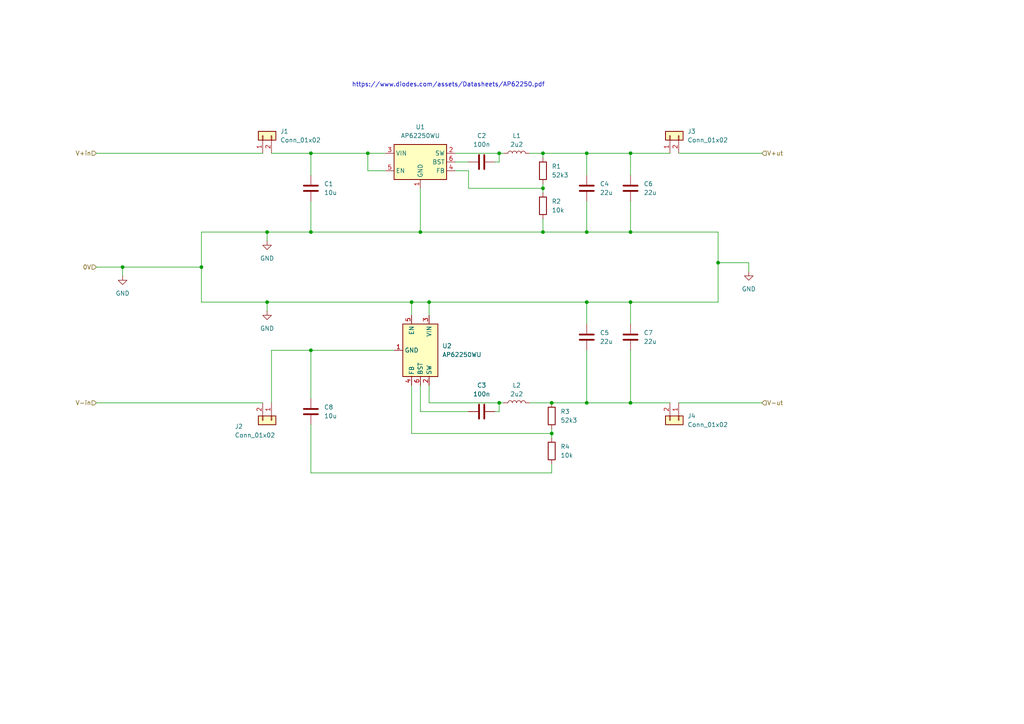
<source format=kicad_sch>
(kicad_sch (version 20231120) (generator "eeschema") (generator_version "8.0")
  (paper "A4")
  (lib_symbols
    (symbol "Connector_Generic:Conn_01x02" (pin_names (offset 1.016) hide)
      (property "Reference" "J" (at 0 2.54 0))
      (property "Value" "Conn_01x02" (at 0 -5.08 0))
      (symbol "Conn_01x02_1_1"
        (rectangle (start -1.27 -2.413) (end 0 -2.667) (stroke (width 0.1524)))
        (rectangle (start -1.27 0.127) (end 0 -0.127) (stroke (width 0.1524)))
        (rectangle (start -1.27 1.27) (end 1.27 -3.81) (stroke (width 0.254)) (fill (type background)))
        (pin passive line (at -5.08 0 0) (length 3.81) (name "Pin_1") (number "1"))
        (pin passive line (at -5.08 -2.54 0) (length 3.81) (name "Pin_2") (number "2"))
      )
    )
    (symbol "Device:C" (pin_numbers hide) (pin_names (offset 0.254))
      (property "Reference" "C" (at 0.635 2.54 0))
      (property "Value" "C" (at 0.635 -2.54 0))
      (symbol "C_0_1"
        (polyline (pts (xy -2.032 -0.762) (xy 2.032 -0.762)) (stroke (width 0.508)))
        (polyline (pts (xy -2.032 0.762) (xy 2.032 0.762)) (stroke (width 0.508)))
      )
      (symbol "C_1_1"
        (pin passive line (at 0 3.81 270) (length 2.794) (name "~") (number "1"))
        (pin passive line (at 0 -3.81 90) (length 2.794) (name "~") (number "2"))
      )
    )
    (symbol "Device:L" (pin_numbers hide) (pin_names (offset 1.016) hide)
      (property "Reference" "L" (at -1.27 0 90))
      (property "Value" "L" (at 1.905 0 90))
      (symbol "L_0_1"
        (arc (start 0 -2.54) (mid 0.6323 -1.905) (end 0 -1.27))
        (arc (start 0 -1.27) (mid 0.6323 -0.635) (end 0 0))
        (arc (start 0 0) (mid 0.6323 0.635) (end 0 1.27))
        (arc (start 0 1.27) (mid 0.6323 1.905) (end 0 2.54))
      )
      (symbol "L_1_1"
        (pin passive line (at 0 3.81 270) (length 1.27) (name "1") (number "1"))
        (pin passive line (at 0 -3.81 90) (length 1.27) (name "2") (number "2"))
      )
    )
    (symbol "Device:R" (pin_numbers hide) (pin_names (offset 0))
      (property "Reference" "R" (at 2.032 0 90))
      (property "Value" "R" (at 0 0 90))
      (symbol "R_0_1"
        (rectangle (start -1.016 -2.54) (end 1.016 2.54) (stroke (width 0.254)))
      )
      (symbol "R_1_1"
        (pin passive line (at 0 3.81 270) (length 1.27) (name "~") (number "1"))
        (pin passive line (at 0 -3.81 90) (length 1.27) (name "~") (number "2"))
      )
    )
    (symbol "Regulator_Switching:AP62250WU"
      (property "Reference" "U" (at -7.62 6.35 0))
      (property "Value" "AP62250WU" (at 6.35 -6.35 0))
      (symbol "AP62250WU_0_1"
        (rectangle (start -7.62 5.08) (end 7.62 -5.08) (stroke (width 0.254)) (fill (type background)))
      )
      (symbol "AP62250WU_1_1"
        (pin power_in line (at 0 -7.62 90) (length 2.54) (name "GND") (number "1"))
        (pin output line (at 10.16 2.54 180) (length 2.54) (name "SW") (number "2"))
        (pin power_in line (at -10.16 2.54 0) (length 2.54) (name "VIN") (number "3"))
        (pin input line (at 10.16 -2.54 180) (length 2.54) (name "FB") (number "4"))
        (pin passive line (at -10.16 -2.54 0) (length 2.54) (name "EN") (number "5"))
        (pin passive line (at 10.16 0 180) (length 2.54) (name "BST") (number "6"))
      )
    )
    (symbol "power:GND" (power) (pin_numbers hide) (pin_names (offset 0) hide)
      (property "Value" "GND" (at 0 -3.81 0))
      (symbol "GND_0_1"
        (polyline (pts (xy 0 0) (xy 0 -1.27) (xy 1.27 -1.27) (xy 0 -2.54) (xy -1.27 -1.27) (xy 0 -1.27)))
      )
      (symbol "GND_1_1"
        (pin power_in line (at 0 0 270) (length 0) (name "~") (number "1"))
      )
    )
  )
  (junction (at 182.88 87.63))
  (junction (at 77.47 87.63))
  (junction (at 160.02 116.84))
  (junction (at 157.48 67.31))
  (junction (at 170.18 116.84))
  (junction (at 182.88 67.31))
  (junction (at 121.92 67.31))
  (junction (at 90.17 44.45))
  (junction (at 157.48 44.45))
  (junction (at 157.48 54.61))
  (junction (at 124.46 87.63))
  (junction (at 170.18 44.45))
  (junction (at 119.38 87.63))
  (junction (at 182.88 44.45))
  (junction (at 170.18 87.63))
  (junction (at 90.17 101.6))
  (junction (at 160.02 125.73))
  (junction (at 58.42 77.47))
  (junction (at 144.78 116.84))
  (junction (at 182.88 116.84))
  (junction (at 77.47 67.31))
  (junction (at 144.78 44.45))
  (junction (at 90.17 67.31))
  (junction (at 106.68 44.45))
  (junction (at 208.28 76.2))
  (junction (at 35.56 77.47))
  (junction (at 170.18 67.31))
  (wire (pts (xy 106.68 49.53) (xy 106.68 44.45)))
  (wire (pts (xy 27.94 44.45) (xy 76.2 44.45)))
  (wire (pts (xy 208.28 76.2) (xy 208.28 87.63)))
  (wire (pts (xy 182.88 58.42) (xy 182.88 67.31)))
  (wire (pts (xy 160.02 116.84) (xy 170.18 116.84)))
  (wire (pts (xy 78.74 116.84) (xy 78.74 101.6)))
  (wire (pts (xy 90.17 58.42) (xy 90.17 67.31)))
  (wire (pts (xy 119.38 125.73) (xy 160.02 125.73)))
  (wire (pts (xy 58.42 87.63) (xy 77.47 87.63)))
  (wire (pts (xy 182.88 44.45) (xy 194.31 44.45)))
  (wire (pts (xy 182.88 101.6) (xy 182.88 116.84)))
  (wire (pts (xy 121.92 119.38) (xy 121.92 111.76)))
  (wire (pts (xy 143.51 46.99) (xy 144.78 46.99)))
  (wire (pts (xy 160.02 125.73) (xy 160.02 127)))
  (wire (pts (xy 182.88 67.31) (xy 208.28 67.31)))
  (wire (pts (xy 119.38 87.63) (xy 124.46 87.63)))
  (wire (pts (xy 58.42 67.31) (xy 77.47 67.31)))
  (wire (pts (xy 90.17 137.16) (xy 90.17 123.19)))
  (wire (pts (xy 182.88 87.63) (xy 182.88 93.98)))
  (wire (pts (xy 90.17 67.31) (xy 121.92 67.31)))
  (wire (pts (xy 135.89 54.61) (xy 157.48 54.61)))
  (wire (pts (xy 170.18 44.45) (xy 170.18 50.8)))
  (wire (pts (xy 144.78 116.84) (xy 144.78 119.38)))
  (wire (pts (xy 35.56 77.47) (xy 35.56 80.01)))
  (wire (pts (xy 160.02 137.16) (xy 90.17 137.16)))
  (wire (pts (xy 170.18 67.31) (xy 182.88 67.31)))
  (wire (pts (xy 124.46 87.63) (xy 170.18 87.63)))
  (wire (pts (xy 135.89 49.53) (xy 135.89 54.61)))
  (wire (pts (xy 132.08 49.53) (xy 135.89 49.53)))
  (wire (pts (xy 132.08 46.99) (xy 135.89 46.99)))
  (wire (pts (xy 170.18 44.45) (xy 182.88 44.45)))
  (wire (pts (xy 182.88 87.63) (xy 208.28 87.63)))
  (wire (pts (xy 144.78 44.45) (xy 146.05 44.45)))
  (wire (pts (xy 217.17 76.2) (xy 217.17 78.74)))
  (wire (pts (xy 78.74 101.6) (xy 90.17 101.6)))
  (wire (pts (xy 170.18 87.63) (xy 170.18 93.98)))
  (wire (pts (xy 144.78 116.84) (xy 146.05 116.84)))
  (wire (pts (xy 153.67 44.45) (xy 157.48 44.45)))
  (wire (pts (xy 157.48 67.31) (xy 170.18 67.31)))
  (wire (pts (xy 208.28 76.2) (xy 217.17 76.2)))
  (wire (pts (xy 170.18 58.42) (xy 170.18 67.31)))
  (wire (pts (xy 135.89 119.38) (xy 121.92 119.38)))
  (wire (pts (xy 170.18 116.84) (xy 182.88 116.84)))
  (wire (pts (xy 143.51 119.38) (xy 144.78 119.38)))
  (wire (pts (xy 77.47 67.31) (xy 90.17 67.31)))
  (wire (pts (xy 27.94 116.84) (xy 76.2 116.84)))
  (wire (pts (xy 90.17 115.57) (xy 90.17 101.6)))
  (wire (pts (xy 58.42 67.31) (xy 58.42 77.47)))
  (wire (pts (xy 90.17 44.45) (xy 106.68 44.45)))
  (wire (pts (xy 124.46 87.63) (xy 124.46 91.44)))
  (wire (pts (xy 132.08 44.45) (xy 144.78 44.45)))
  (wire (pts (xy 124.46 116.84) (xy 144.78 116.84)))
  (wire (pts (xy 157.48 44.45) (xy 170.18 44.45)))
  (wire (pts (xy 119.38 111.76) (xy 119.38 125.73)))
  (wire (pts (xy 157.48 53.34) (xy 157.48 54.61)))
  (wire (pts (xy 182.88 44.45) (xy 182.88 50.8)))
  (wire (pts (xy 77.47 67.31) (xy 77.47 69.85)))
  (wire (pts (xy 90.17 44.45) (xy 90.17 50.8)))
  (wire (pts (xy 27.94 77.47) (xy 35.56 77.47)))
  (wire (pts (xy 160.02 124.46) (xy 160.02 125.73)))
  (wire (pts (xy 77.47 87.63) (xy 119.38 87.63)))
  (wire (pts (xy 170.18 101.6) (xy 170.18 116.84)))
  (wire (pts (xy 182.88 116.84) (xy 194.31 116.84)))
  (wire (pts (xy 121.92 67.31) (xy 157.48 67.31)))
  (wire (pts (xy 153.67 116.84) (xy 160.02 116.84)))
  (wire (pts (xy 160.02 134.62) (xy 160.02 137.16)))
  (wire (pts (xy 208.28 67.31) (xy 208.28 76.2)))
  (wire (pts (xy 58.42 87.63) (xy 58.42 77.47)))
  (wire (pts (xy 77.47 87.63) (xy 77.47 90.17)))
  (wire (pts (xy 121.92 54.61) (xy 121.92 67.31)))
  (wire (pts (xy 106.68 44.45) (xy 111.76 44.45)))
  (wire (pts (xy 157.48 54.61) (xy 157.48 55.88)))
  (wire (pts (xy 119.38 91.44) (xy 119.38 87.63)))
  (wire (pts (xy 90.17 101.6) (xy 114.3 101.6)))
  (wire (pts (xy 111.76 49.53) (xy 106.68 49.53)))
  (wire (pts (xy 170.18 87.63) (xy 182.88 87.63)))
  (wire (pts (xy 78.74 44.45) (xy 90.17 44.45)))
  (wire (pts (xy 124.46 111.76) (xy 124.46 116.84)))
  (wire (pts (xy 144.78 44.45) (xy 144.78 46.99)))
  (wire (pts (xy 196.85 116.84) (xy 220.98 116.84)))
  (wire (pts (xy 157.48 44.45) (xy 157.48 45.72)))
  (wire (pts (xy 196.85 44.45) (xy 220.98 44.45)))
  (wire (pts (xy 157.48 63.5) (xy 157.48 67.31)))
  (wire (pts (xy 35.56 77.47) (xy 58.42 77.47)))
  (text "https://www.diodes.com/assets/Datasheets/AP62250.pdf" (at 130.048 24.638 0) (effects (font (size 1.27 1.27))))
  (hierarchical_label "V+in" (shape input) (at 27.94 44.45 180))
  (hierarchical_label "V+ut" (shape input) (at 220.98 44.45 0))
  (hierarchical_label "0V" (shape input) (at 27.94 77.47 180))
  (hierarchical_label "V-ut" (shape input) (at 220.98 116.84 0))
  (hierarchical_label "V-in" (shape input) (at 27.94 116.84 180))
  (symbol (lib_id "Connector_Generic:Conn_01x02") (at 78.74 121.92 270) (unit 1)
    (property "Reference" "J2" (at 68.072 123.698 90) (effects (justify left)))
    (property "Value" "Conn_01x02" (at 68.072 126.238 90) (effects (justify left)))
    (property "Description" "Generic connector, single row, 01x02, script generated (kicad-library-utils/schlib/autogen/connector/)" (effects (hide yes)))
  )
  (symbol (lib_id "Device:C") (at 170.18 97.79 0) (unit 1)
    (property "Reference" "C5" (at 173.99 96.5199 0) (effects (justify left)))
    (property "Value" "22u" (at 173.99 99.0599 0) (effects (justify left)))
    (property "Description" "Unpolarized capacitor" (effects (hide yes)))
  )
  (symbol (lib_id "Device:C") (at 182.88 97.79 0) (unit 1)
    (property "Reference" "C7" (at 186.69 96.5199 0) (effects (justify left)))
    (property "Value" "22u" (at 186.69 99.0599 0) (effects (justify left)))
    (property "Description" "Unpolarized capacitor" (effects (hide yes)))
  )
  (symbol (lib_id "Device:C") (at 139.7 46.99 90) (unit 1)
    (property "Reference" "C2" (at 139.7 39.37 90))
    (property "Value" "100n" (at 139.7 41.91 90))
    (property "Description" "Unpolarized capacitor" (effects (hide yes)))
  )
  (symbol (lib_id "Device:C") (at 139.7 119.38 90) (unit 1)
    (property "Reference" "C3" (at 139.7 111.76 90))
    (property "Value" "100n" (at 139.7 114.3 90))
    (property "Description" "Unpolarized capacitor" (effects (hide yes)))
  )
  (symbol (lib_id "Device:R") (at 157.48 49.53 0) (unit 1)
    (property "Reference" "R1" (at 160.02 48.2599 0) (effects (justify left)))
    (property "Value" "52k3" (at 160.02 50.7999 0) (effects (justify left)))
    (property "Description" "Resistor" (effects (hide yes)))
  )
  (symbol (lib_id "Device:C") (at 90.17 54.61 0) (unit 1)
    (property "Reference" "C1" (at 93.98 53.3399 0) (effects (justify left)))
    (property "Value" "10u" (at 93.98 55.8799 0) (effects (justify left)))
    (property "Description" "Unpolarized capacitor" (effects (hide yes)))
  )
  (symbol (lib_id "Device:C") (at 90.17 119.38 0) (unit 1)
    (property "Reference" "C8" (at 93.98 118.1099 0) (effects (justify left)))
    (property "Value" "10u" (at 93.98 120.6499 0) (effects (justify left)))
    (property "Description" "Unpolarized capacitor" (effects (hide yes)))
  )
  (symbol (lib_id "power:GND") (at 217.17 78.74 0) (unit 1)
    (property "Reference" "#PWR04" (effects (hide yes)))
    (property "Value" "GND" (at 217.17 83.82 0))
    (property "Description" "Power symbol creates a global label with name \"GND\" , ground" (effects (hide yes)))
  )
  (symbol (lib_id "power:GND") (at 35.56 80.01 0) (unit 1)
    (property "Reference" "#PWR03" (effects (hide yes)))
    (property "Value" "GND" (at 35.56 85.09 0))
    (property "Description" "Power symbol creates a global label with name \"GND\" , ground" (effects (hide yes)))
  )
  (symbol (lib_id "Device:C") (at 170.18 54.61 0) (unit 1)
    (property "Reference" "C4" (at 173.99 53.3399 0) (effects (justify left)))
    (property "Value" "22u" (at 173.99 55.8799 0) (effects (justify left)))
    (property "Description" "Unpolarized capacitor" (effects (hide yes)))
  )
  (symbol (lib_id "Connector_Generic:Conn_01x02") (at 76.2 39.37 90) (unit 1)
    (property "Reference" "J1" (at 81.28 38.0999 90) (effects (justify right)))
    (property "Value" "Conn_01x02" (at 81.28 40.6399 90) (effects (justify right)))
    (property "Description" "Generic connector, single row, 01x02, script generated (kicad-library-utils/schlib/autogen/connector/)" (effects (hide yes)))
  )
  (symbol (lib_id "Device:R") (at 157.48 59.69 0) (unit 1)
    (property "Reference" "R2" (at 160.02 58.4199 0) (effects (justify left)))
    (property "Value" "10k" (at 160.02 60.9599 0) (effects (justify left)))
    (property "Description" "Resistor" (effects (hide yes)))
  )
  (symbol (lib_id "Device:R") (at 160.02 120.65 0) (unit 1)
    (property "Reference" "R3" (at 162.56 119.3799 0) (effects (justify left)))
    (property "Value" "52k3" (at 162.56 121.9199 0) (effects (justify left)))
    (property "Description" "Resistor" (effects (hide yes)))
  )
  (symbol (lib_id "power:GND") (at 77.47 69.85 0) (unit 1)
    (property "Reference" "#PWR01" (effects (hide yes)))
    (property "Value" "GND" (at 77.47 74.93 0))
    (property "Description" "Power symbol creates a global label with name \"GND\" , ground" (effects (hide yes)))
  )
  (symbol (lib_id "Regulator_Switching:AP62250WU") (at 121.92 46.99 0) (unit 1)
    (property "Reference" "U1" (at 121.92 36.83 0))
    (property "Value" "AP62250WU" (at 121.92 39.37 0))
    (property "Footprint" "Package_TO_SOT_SMD:TSOT-23-6" (effects (hide yes)))
    (property "Datasheet" "https://www.diodes.com/assets/Datasheets/AP62250.pdf" (effects (hide yes)))
    (property "Description" "2.5A, 1.3MHz Buck DC/DC Converter, 4.2V-18V input voltage, 0.8V-7V adjustable output voltage, TSOT-23-6" (effects (hide yes)))
  )
  (symbol (lib_id "Device:R") (at 160.02 130.81 0) (unit 1)
    (property "Reference" "R4" (at 162.56 129.5399 0) (effects (justify left)))
    (property "Value" "10k" (at 162.56 132.0799 0) (effects (justify left)))
    (property "Description" "Resistor" (effects (hide yes)))
  )
  (symbol (lib_id "Connector_Generic:Conn_01x02") (at 194.31 39.37 90) (unit 1)
    (property "Reference" "J3" (at 199.39 38.0999 90) (effects (justify right)))
    (property "Value" "Conn_01x02" (at 199.39 40.6399 90) (effects (justify right)))
    (property "Description" "Generic connector, single row, 01x02, script generated (kicad-library-utils/schlib/autogen/connector/)" (effects (hide yes)))
  )
  (symbol (lib_id "Connector_Generic:Conn_01x02") (at 196.85 121.92 270) (unit 1)
    (property "Reference" "J4" (at 199.39 120.6499 90) (effects (justify left)))
    (property "Value" "Conn_01x02" (at 199.39 123.1899 90) (effects (justify left)))
    (property "Description" "Generic connector, single row, 01x02, script generated (kicad-library-utils/schlib/autogen/connector/)" (effects (hide yes)))
  )
  (symbol (lib_id "Regulator_Switching:AP62250WU") (at 121.92 101.6 270) (unit 1)
    (property "Reference" "U2" (at 128.27 100.3299 90) (effects (justify left)))
    (property "Value" "AP62250WU" (at 128.27 102.8699 90) (effects (justify left)))
    (property "Footprint" "Package_TO_SOT_SMD:TSOT-23-6" (effects (hide yes)))
    (property "Datasheet" "https://www.diodes.com/assets/Datasheets/AP62250.pdf" (effects (hide yes)))
    (property "Description" "2.5A, 1.3MHz Buck DC/DC Converter, 4.2V-18V input voltage, 0.8V-7V adjustable output voltage, TSOT-23-6" (effects (hide yes)))
  )
  (symbol (lib_id "power:GND") (at 77.47 90.17 0) (unit 1)
    (property "Reference" "#PWR02" (effects (hide yes)))
    (property "Value" "GND" (at 77.47 95.25 0))
    (property "Description" "Power symbol creates a global label with name \"GND\" , ground" (effects (hide yes)))
  )
  (symbol (lib_id "Device:L") (at 149.86 116.84 90) (unit 1)
    (property "Reference" "L2" (at 149.86 111.76 90))
    (property "Value" "2u2" (at 149.86 114.3 90))
    (property "Description" "Inductor" (effects (hide yes)))
  )
  (symbol (lib_id "Device:C") (at 182.88 54.61 0) (unit 1)
    (property "Reference" "C6" (at 186.69 53.3399 0) (effects (justify left)))
    (property "Value" "22u" (at 186.69 55.8799 0) (effects (justify left)))
    (property "Description" "Unpolarized capacitor" (effects (hide yes)))
  )
  (symbol (lib_id "Device:L") (at 149.86 44.45 90) (unit 1)
    (property "Reference" "L1" (at 149.86 39.37 90))
    (property "Value" "2u2" (at 149.86 41.91 90))
    (property "Description" "Inductor" (effects (hide yes)))
  )
)
</source>
